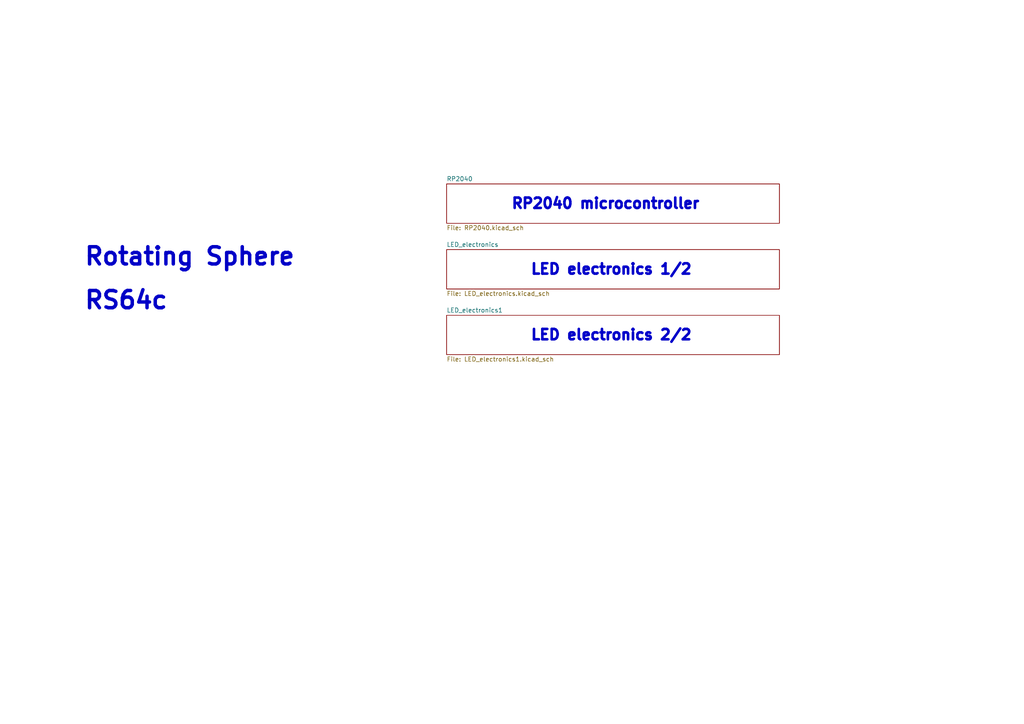
<source format=kicad_sch>
(kicad_sch
	(version 20231120)
	(generator "eeschema")
	(generator_version "8.0")
	(uuid "f80c1822-db32-4cb0-a7ce-3b6816566ddf")
	(paper "A4")
	(title_block
		(title "RS64c")
		(date "2025-01-12")
		(rev "Rev 1")
		(company "Ludwin Monz")
		(comment 1 "you may not use the material for commercial purposes.")
		(comment 2 "you may use non-commercially, adapt, share alike ")
		(comment 3 "https://creativecommons.org/licenses/by-nc-sa/4.0/")
		(comment 4 "License: Creative Commons Attribution-Non-Commercial (CC BY-NC-SA)")
	)
	(lib_symbols)
	(text "Rotating Sphere"
		(exclude_from_sim no)
		(at 24.13 77.47 0)
		(effects
			(font
				(size 5 5)
				(bold yes)
			)
			(justify left bottom)
		)
		(uuid "0db0b716-fc86-4361-8210-24d9984c5ab8")
	)
	(text "RP2040 microcontroller"
		(exclude_from_sim no)
		(at 203.2 60.96 0)
		(effects
			(font
				(size 3 3)
				(thickness 0.8)
				(bold yes)
			)
			(justify right bottom)
		)
		(uuid "2b9358ef-66fa-40e2-897a-29f72a8d8dd3")
	)
	(text "RS64c"
		(exclude_from_sim no)
		(at 24.13 90.17 0)
		(effects
			(font
				(size 5 5)
				(bold yes)
			)
			(justify left bottom)
		)
		(uuid "bd09edbb-119a-45d3-8756-ef26cbfc67bb")
	)
	(text "LED electronics 1/2"
		(exclude_from_sim no)
		(at 153.67 80.01 0)
		(effects
			(font
				(size 3 3)
				(thickness 0.8)
				(bold yes)
			)
			(justify left bottom)
		)
		(uuid "ca02489d-d058-40c3-aa1d-538dfd145613")
	)
	(text "LED electronics 2/2\n"
		(exclude_from_sim no)
		(at 153.67 99.06 0)
		(effects
			(font
				(size 3 3)
				(thickness 0.8)
				(bold yes)
			)
			(justify left bottom)
		)
		(uuid "d22aef1f-19c9-4834-b353-4af203eb5921")
	)
	(sheet
		(at 129.54 91.44)
		(size 96.52 11.43)
		(fields_autoplaced yes)
		(stroke
			(width 0.1524)
			(type solid)
		)
		(fill
			(color 0 0 0 0.0000)
		)
		(uuid "17ff4d09-ce0d-4377-8642-864f00716734")
		(property "Sheetname" "LED_electronics1"
			(at 129.54 90.7284 0)
			(effects
				(font
					(size 1.27 1.27)
				)
				(justify left bottom)
			)
		)
		(property "Sheetfile" "LED_electronics1.kicad_sch"
			(at 129.54 103.4546 0)
			(effects
				(font
					(size 1.27 1.27)
				)
				(justify left top)
			)
		)
		(instances
			(project "RS64c"
				(path "/f80c1822-db32-4cb0-a7ce-3b6816566ddf"
					(page "5")
				)
			)
		)
	)
	(sheet
		(at 129.54 72.39)
		(size 96.52 11.43)
		(fields_autoplaced yes)
		(stroke
			(width 0.1524)
			(type solid)
		)
		(fill
			(color 0 0 0 0.0000)
		)
		(uuid "99607da6-50be-4295-8e4b-f0efebb06faf")
		(property "Sheetname" "LED_electronics"
			(at 129.54 71.6784 0)
			(effects
				(font
					(size 1.27 1.27)
				)
				(justify left bottom)
			)
		)
		(property "Sheetfile" "LED_electronics.kicad_sch"
			(at 129.54 84.4046 0)
			(effects
				(font
					(size 1.27 1.27)
				)
				(justify left top)
			)
		)
		(instances
			(project "RS64c"
				(path "/f80c1822-db32-4cb0-a7ce-3b6816566ddf"
					(page "4")
				)
			)
		)
	)
	(sheet
		(at 129.54 53.34)
		(size 96.52 11.43)
		(fields_autoplaced yes)
		(stroke
			(width 0.1524)
			(type solid)
		)
		(fill
			(color 0 0 0 0.0000)
		)
		(uuid "de1eca94-b0eb-49ba-ab4d-889b8e3226f1")
		(property "Sheetname" "RP2040"
			(at 129.54 52.6284 0)
			(effects
				(font
					(size 1.27 1.27)
				)
				(justify left bottom)
			)
		)
		(property "Sheetfile" "RP2040.kicad_sch"
			(at 129.54 65.3546 0)
			(effects
				(font
					(size 1.27 1.27)
				)
				(justify left top)
			)
		)
		(property "Feld2" ""
			(at 129.54 53.34 0)
			(effects
				(font
					(size 1.27 1.27)
				)
				(hide yes)
			)
		)
		(instances
			(project "RS64c"
				(path "/f80c1822-db32-4cb0-a7ce-3b6816566ddf"
					(page "3")
				)
			)
		)
	)
	(sheet_instances
		(path "/"
			(page "1")
		)
	)
)

</source>
